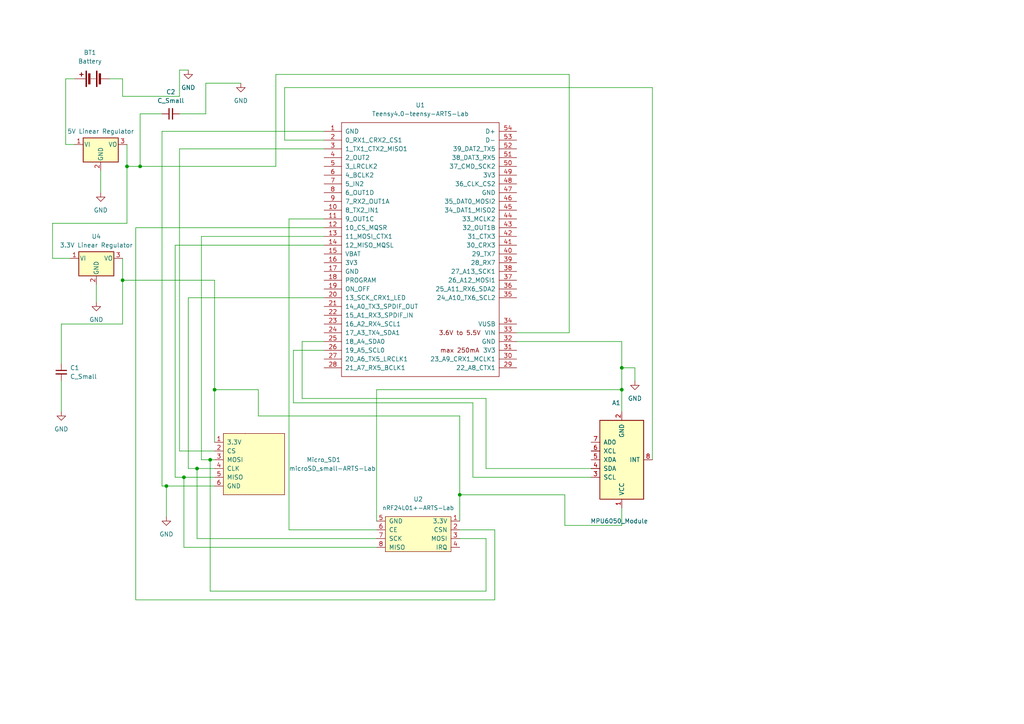
<source format=kicad_sch>
(kicad_sch (version 20230121) (generator eeschema)
  (paper "A4")
  (lib_symbols
    (symbol "Charleslabs_Parts:MPU6050_Module" (pin_names (offset 1.016))
      (property "Reference" "A" (at -5.08 12.7 0))
      (property "Value" "MPU6050_Module" (at 8.89 12.7 0))
      (symbol "MPU6050_Module_0_1"
        (rectangle (start -6.35 11.43) (end 6.35 -11.43) (stroke (width 0.254)) (fill (type background)))
      )
      (symbol "MPU6050_Module_1_1"
        (pin power_in line (at 0 13.97 270) (length 2.54) (name "VCC") (number "1"))
        (pin power_in line (at 0 -13.97 90) (length 2.54) (name "GND") (number "2"))
        (pin input line (at -8.89 5.08 0) (length 2.54) (name "SCL") (number "3"))
        (pin input line (at -8.89 2.54 0) (length 2.54) (name "SDA") (number "4"))
        (pin input line (at -8.89 0 0) (length 2.54) (name "XDA") (number "5"))
        (pin input line (at -8.89 -2.54 0) (length 2.54) (name "XCL") (number "6"))
        (pin input line (at -8.89 -5.08 0) (length 2.54) (name "AD0") (number "7"))
        (pin output line (at 8.89 0 180) (length 2.54) (name "INT") (number "8"))
      )
    )
    (symbol "Device:Battery" (pin_numbers hide) (pin_names (offset 0) hide)
      (property "Reference" "BT" (at 2.54 2.54 0))
      (property "Value" "Battery" (at 2.54 0 0))
      (symbol "Battery_0_1"
        (rectangle (start -2.286 -1.27) (end 2.286 -1.524) (fill (type outline)))
        (rectangle (start -2.286 1.778) (end 2.286 1.524) (fill (type outline)))
        (rectangle (start -1.524 -2.032) (end 1.524 -2.54) (fill (type outline)))
        (rectangle (start -1.524 1.016) (end 1.524 0.508) (fill (type outline)))
        (polyline (pts (xy 0 -1.016) (xy 0 -0.762)))
        (polyline (pts (xy 0 -0.508) (xy 0 -0.254)))
        (polyline (pts (xy 0 0) (xy 0 0.254)))
        (polyline (pts (xy 0 1.778) (xy 0 2.54)))
        (polyline (pts (xy 0.762 3.048) (xy 1.778 3.048)) (stroke (width 0.254)))
        (polyline (pts (xy 1.27 3.556) (xy 1.27 2.54)) (stroke (width 0.254)))
      )
      (symbol "Battery_1_1"
        (pin passive line (at 0 5.08 270) (length 2.54) (name "+") (number "1"))
        (pin passive line (at 0 -5.08 90) (length 2.54) (name "-") (number "2"))
      )
    )
    (symbol "Device:C_Small" (pin_numbers hide) (pin_names (offset 0.254) hide)
      (property "Reference" "C" (at 0.254 1.778 0))
      (property "Value" "C_Small" (at 0.254 -2.032 0))
      (symbol "C_Small_0_1"
        (polyline (pts (xy -1.524 -0.508) (xy 1.524 -0.508)) (stroke (width 0.3302)))
        (polyline (pts (xy -1.524 0.508) (xy 1.524 0.508)) (stroke (width 0.3048)))
      )
      (symbol "C_Small_1_1"
        (pin passive line (at 0 2.54 270) (length 2.032) (name "~") (number "1"))
        (pin passive line (at 0 -2.54 90) (length 2.032) (name "~") (number "2"))
      )
    )
    (symbol "Vibration_Sensor-cache:Regulator_Linear_AP7361C-33E" (pin_names (offset 0.254))
      (property "Reference" "U" (at -3.81 3.175 0))
      (property "Value" "Regulator_Linear_AP7361C-33E" (at 0 3.175 0))
      (symbol "Regulator_Linear_AP7361C-33E_0_1"
        (rectangle (start -5.08 -5.08) (end 5.08 1.905) (stroke (width 0.254)) (fill (type background)))
      )
      (symbol "Regulator_Linear_AP7361C-33E_1_1"
        (pin power_in line (at -7.62 0 0) (length 2.54) (name "VI") (number "1"))
        (pin power_in line (at 0 -7.62 90) (length 2.54) (name "GND") (number "2"))
        (pin power_out line (at 7.62 0 180) (length 2.54) (name "VO") (number "3"))
      )
    )
    (symbol "Vibration_Sensor-rescue:Teensy4.0-teensy-ARTS-Lab" (pin_names (offset 1.016))
      (property "Reference" "U" (at 0 39.37 0))
      (property "Value" "Teensy4.0-teensy-ARTS-Lab" (at 0 -39.37 0))
      (symbol "Teensy4.0-teensy-ARTS-Lab_0_0"
        (text "3.6V to 5.5V" (at 11.43 -24.13 0) (effects (font (size 1.27 1.27))))
        (text "max 250mA" (at 11.43 -29.21 0) (effects (font (size 1.27 1.27))))
        (pin bidirectional line (at -27.94 11.43 0) (length 5.08) (name "8_TX2_IN1") (number "10"))
        (pin bidirectional line (at -27.94 8.89 0) (length 5.08) (name "9_OUT1C") (number "11"))
        (pin bidirectional line (at -27.94 6.35 0) (length 5.08) (name "10_CS_MQSR") (number "12"))
        (pin bidirectional line (at -27.94 3.81 0) (length 5.08) (name "11_MOSI_CTX1") (number "13"))
        (pin bidirectional line (at -27.94 1.27 0) (length 5.08) (name "12_MISO_MQSL") (number "14"))
        (pin power_in line (at -27.94 -1.27 0) (length 5.08) (name "VBAT") (number "15"))
        (pin power_in line (at -27.94 -3.81 0) (length 5.08) (name "3V3") (number "16"))
        (pin power_in line (at -27.94 -6.35 0) (length 5.08) (name "GND") (number "17"))
        (pin input line (at -27.94 -8.89 0) (length 5.08) (name "PROGRAM") (number "18"))
        (pin input line (at -27.94 -11.43 0) (length 5.08) (name "ON_OFF") (number "19"))
        (pin bidirectional line (at -27.94 -13.97 0) (length 5.08) (name "13_SCK_CRX1_LED") (number "20"))
        (pin bidirectional line (at -27.94 -16.51 0) (length 5.08) (name "14_A0_TX3_SPDIF_OUT") (number "21"))
        (pin bidirectional line (at -27.94 -19.05 0) (length 5.08) (name "15_A1_RX3_SPDIF_IN") (number "22"))
        (pin bidirectional line (at -27.94 -21.59 0) (length 5.08) (name "16_A2_RX4_SCL1") (number "23"))
        (pin bidirectional line (at -27.94 -24.13 0) (length 5.08) (name "17_A3_TX4_SDA1") (number "24"))
        (pin bidirectional line (at -27.94 -26.67 0) (length 5.08) (name "18_A4_SDA0") (number "25"))
        (pin bidirectional line (at -27.94 -29.21 0) (length 5.08) (name "19_A5_SCL0") (number "26"))
        (pin bidirectional line (at -27.94 -31.75 0) (length 5.08) (name "20_A6_TX5_LRCLK1") (number "27"))
        (pin bidirectional line (at -27.94 -34.29 0) (length 5.08) (name "21_A7_RX5_BCLK1") (number "28"))
        (pin bidirectional line (at 27.94 -34.29 180) (length 5.08) (name "22_A8_CTX1") (number "29"))
        (pin bidirectional line (at 27.94 -31.75 180) (length 5.08) (name "23_A9_CRX1_MCLK1") (number "30"))
        (pin power_out line (at 27.94 -29.21 180) (length 5.08) (name "3V3") (number "31"))
        (pin power_in line (at 27.94 -26.67 180) (length 5.08) (name "GND") (number "32"))
        (pin power_in line (at 27.94 -24.13 180) (length 5.08) (name "VIN") (number "33"))
        (pin power_out line (at 27.94 -21.59 180) (length 5.08) (name "VUSB") (number "34"))
        (pin bidirectional line (at 27.94 -13.97 180) (length 5.08) (name "24_A10_TX6_SCL2") (number "35"))
        (pin bidirectional line (at 27.94 -11.43 180) (length 5.08) (name "25_A11_RX6_SDA2") (number "36"))
        (pin bidirectional line (at 27.94 -8.89 180) (length 5.08) (name "26_A12_MOSI1") (number "37"))
        (pin bidirectional line (at 27.94 -6.35 180) (length 5.08) (name "27_A13_SCK1") (number "38"))
        (pin bidirectional line (at 27.94 -3.81 180) (length 5.08) (name "28_RX7") (number "39"))
        (pin bidirectional line (at 27.94 -1.27 180) (length 5.08) (name "29_TX7") (number "40"))
        (pin bidirectional line (at 27.94 1.27 180) (length 5.08) (name "30_CRX3") (number "41"))
        (pin bidirectional line (at 27.94 3.81 180) (length 5.08) (name "31_CTX3") (number "42"))
        (pin bidirectional line (at 27.94 6.35 180) (length 5.08) (name "32_OUT1B") (number "43"))
        (pin bidirectional line (at 27.94 8.89 180) (length 5.08) (name "33_MCLK2") (number "44"))
        (pin bidirectional line (at 27.94 11.43 180) (length 5.08) (name "34_DAT1_MISO2") (number "45"))
        (pin bidirectional line (at 27.94 13.97 180) (length 5.08) (name "35_DAT0_MOSI2") (number "46"))
        (pin power_out line (at 27.94 16.51 180) (length 5.08) (name "GND") (number "47"))
        (pin bidirectional line (at 27.94 19.05 180) (length 5.08) (name "36_CLK_CS2") (number "48"))
        (pin power_out line (at 27.94 21.59 180) (length 5.08) (name "3V3") (number "49"))
        (pin bidirectional line (at -27.94 24.13 0) (length 5.08) (name "3_LRCLK2") (number "5"))
        (pin bidirectional line (at 27.94 24.13 180) (length 5.08) (name "37_CMD_SCK2") (number "50"))
        (pin bidirectional line (at 27.94 26.67 180) (length 5.08) (name "38_DAT3_RX5") (number "51"))
        (pin bidirectional line (at 27.94 29.21 180) (length 5.08) (name "39_DAT2_TX5") (number "52"))
        (pin bidirectional line (at 27.94 31.75 180) (length 5.08) (name "D-") (number "53"))
        (pin bidirectional line (at 27.94 34.29 180) (length 5.08) (name "D+") (number "54"))
        (pin bidirectional line (at -27.94 21.59 0) (length 5.08) (name "4_BCLK2") (number "6"))
        (pin bidirectional line (at -27.94 19.05 0) (length 5.08) (name "5_IN2") (number "7"))
        (pin bidirectional line (at -27.94 16.51 0) (length 5.08) (name "6_OUT1D") (number "8"))
        (pin bidirectional line (at -27.94 13.97 0) (length 5.08) (name "7_RX2_OUT1A") (number "9"))
      )
      (symbol "Teensy4.0-teensy-ARTS-Lab_0_1"
        (rectangle (start -22.86 36.83) (end 22.86 -36.83))
        (rectangle (start -20.32 -31.75) (end -20.32 -31.75))
      )
      (symbol "Teensy4.0-teensy-ARTS-Lab_1_1"
        (pin power_in line (at -27.94 34.29 0) (length 5.08) (name "GND") (number "1"))
        (pin bidirectional line (at -27.94 31.75 0) (length 5.08) (name "0_RX1_CRX2_CS1") (number "2"))
        (pin bidirectional line (at -27.94 29.21 0) (length 5.08) (name "1_TX1_CTX2_MISO1") (number "3"))
        (pin bidirectional line (at -27.94 26.67 0) (length 5.08) (name "2_OUT2") (number "4"))
      )
    )
    (symbol "Vibration_Sensor-rescue:microSD_small-ARTS-Lab" (pin_names (offset 1.016))
      (property "Reference" "Micro_SD" (at 0 -7.62 0))
      (property "Value" "microSD_small-ARTS-Lab" (at 0 -3.81 0))
      (symbol "microSD_small-ARTS-Lab_0_1"
        (polyline (pts (xy -8.89 -11.43) (xy -8.89 -17.78) (xy 8.89 -17.78) (xy 8.89 -11.43)) (fill (type background)))
        (polyline (pts (xy -8.89 -11.43) (xy -8.89 0) (xy 8.89 0) (xy 8.89 -11.43)) (fill (type background)))
      )
      (symbol "microSD_small-ARTS-Lab_1_1"
        (pin input line (at -6.35 -20.32 90) (length 2.54) (name "3.3V") (number "1"))
        (pin input line (at -3.81 -20.32 90) (length 2.54) (name "CS") (number "2"))
        (pin input line (at -1.27 -20.32 90) (length 2.54) (name "MOSI") (number "3"))
        (pin input line (at 1.27 -20.32 90) (length 2.54) (name "CLK") (number "4"))
        (pin input line (at 3.81 -20.32 90) (length 2.54) (name "MISO") (number "5"))
        (pin input line (at 6.35 -20.32 90) (length 2.54) (name "GND") (number "6"))
      )
    )
    (symbol "Vibration_Sensor-rescue:nRF24L01+-ARTS-Lab" (pin_names (offset 1.016))
      (property "Reference" "U" (at 0 -12.7 0))
      (property "Value" "nRF24L01+-ARTS-Lab" (at 1.27 -10.16 0))
      (symbol "nRF24L01+-ARTS-Lab_0_1"
        (rectangle (start -3.81 0) (end 6.35 -19.05) (fill (type background)))
      )
      (symbol "nRF24L01+-ARTS-Lab_1_1"
        (pin input line (at -2.54 2.54 270) (length 2.54) (name "3.3V") (number "1"))
        (pin input line (at 0 2.54 270) (length 2.54) (name "CSN") (number "2"))
        (pin input line (at 2.54 2.54 270) (length 2.54) (name "MOSI") (number "3"))
        (pin input line (at 5.08 2.54 270) (length 2.54) (name "IRQ") (number "4"))
        (pin input line (at -2.54 -21.59 90) (length 2.54) (name "GND") (number "5"))
        (pin input line (at 0 -21.59 90) (length 2.54) (name "CE") (number "6"))
        (pin input line (at 2.54 -21.59 90) (length 2.54) (name "SCK") (number "7"))
        (pin input line (at 5.08 -21.59 90) (length 2.54) (name "MISO") (number "8"))
      )
    )
    (symbol "power:GND" (power) (pin_names (offset 0))
      (property "Value" "GND" (at 0 -3.81 0))
      (symbol "GND_0_1"
        (polyline (pts (xy 0 0) (xy 0 -1.27) (xy 1.27 -1.27) (xy 0 -2.54) (xy -1.27 -1.27) (xy 0 -1.27)))
      )
      (symbol "GND_1_1"
        (pin power_in line (at 0 0 270) (length 0) hide (name "GND") (number "1"))
      )
    )
  )
  (junction (at 62.23 113.03))
  (junction (at 60.96 133.35))
  (junction (at 180.34 113.03))
  (junction (at 133.35 143.51))
  (junction (at 53.34 138.43))
  (junction (at 36.83 48.26))
  (junction (at 40.64 48.26))
  (junction (at 48.26 140.97))
  (junction (at 180.34 106.68))
  (junction (at 35.56 81.28))
  (junction (at 57.15 135.89))
  (wire (pts (xy 85.09 116.84) (xy 85.09 101.6)))
  (wire (pts (xy 35.56 81.28) (xy 62.23 81.28)))
  (wire (pts (xy 143.51 153.67) (xy 133.35 153.67)))
  (wire (pts (xy 184.15 110.49) (xy 184.15 106.68)))
  (wire (pts (xy 58.42 133.35) (xy 60.96 133.35)))
  (wire (pts (xy 62.23 113.03) (xy 62.23 128.27)))
  (wire (pts (xy 57.15 135.89) (xy 62.23 135.89)))
  (wire (pts (xy 53.34 138.43) (xy 62.23 138.43)))
  (wire (pts (xy 35.56 81.28) (xy 35.56 74.93)))
  (wire (pts (xy 60.96 171.45) (xy 60.96 133.35)))
  (wire (pts (xy 140.97 156.21) (xy 140.97 171.45)))
  (wire (pts (xy 52.07 20.32) (xy 54.61 20.32)))
  (wire (pts (xy 87.63 99.06) (xy 87.63 115.57)))
  (wire (pts (xy 35.56 27.94) (xy 52.07 27.94)))
  (wire (pts (xy 52.07 43.18) (xy 52.07 130.81)))
  (wire (pts (xy 62.23 81.28) (xy 62.23 113.03)))
  (wire (pts (xy 60.96 133.35) (xy 62.23 133.35)))
  (wire (pts (xy 137.16 138.43) (xy 171.45 138.43)))
  (wire (pts (xy 31.75 22.86) (xy 35.56 22.86)))
  (wire (pts (xy 180.34 99.06) (xy 180.34 106.68)))
  (wire (pts (xy 40.64 48.26) (xy 80.01 48.26)))
  (wire (pts (xy 180.34 152.4) (xy 180.34 147.32)))
  (wire (pts (xy 133.35 143.51) (xy 163.83 143.51)))
  (wire (pts (xy 50.8 138.43) (xy 53.34 138.43)))
  (wire (pts (xy 93.98 71.12) (xy 50.8 71.12)))
  (wire (pts (xy 52.07 33.02) (xy 59.69 33.02)))
  (wire (pts (xy 52.07 130.81) (xy 62.23 130.81)))
  (wire (pts (xy 58.42 68.58) (xy 58.42 133.35)))
  (wire (pts (xy 19.05 41.91) (xy 21.59 41.91)))
  (wire (pts (xy 74.93 120.65) (xy 133.35 120.65)))
  (wire (pts (xy 57.15 156.21) (xy 57.15 135.89)))
  (wire (pts (xy 35.56 22.86) (xy 35.56 27.94)))
  (wire (pts (xy 109.22 113.03) (xy 109.22 151.13)))
  (wire (pts (xy 36.83 48.26) (xy 36.83 64.77)))
  (wire (pts (xy 46.99 38.1) (xy 46.99 140.97)))
  (wire (pts (xy 133.35 120.65) (xy 133.35 143.51)))
  (wire (pts (xy 83.82 63.5) (xy 93.98 63.5)))
  (wire (pts (xy 39.37 66.04) (xy 39.37 173.99)))
  (wire (pts (xy 93.98 40.64) (xy 82.55 40.64)))
  (wire (pts (xy 140.97 115.57) (xy 140.97 135.89)))
  (wire (pts (xy 109.22 153.67) (xy 83.82 153.67)))
  (wire (pts (xy 149.86 96.52) (xy 165.1 96.52)))
  (wire (pts (xy 93.98 86.36) (xy 54.61 86.36)))
  (wire (pts (xy 85.09 101.6) (xy 93.98 101.6)))
  (wire (pts (xy 69.85 24.13) (xy 59.69 24.13)))
  (wire (pts (xy 60.96 171.45) (xy 140.97 171.45)))
  (wire (pts (xy 21.59 22.86) (xy 19.05 22.86)))
  (wire (pts (xy 54.61 135.89) (xy 57.15 135.89)))
  (wire (pts (xy 137.16 138.43) (xy 137.16 116.84)))
  (wire (pts (xy 54.61 86.36) (xy 54.61 135.89)))
  (wire (pts (xy 93.98 68.58) (xy 58.42 68.58)))
  (wire (pts (xy 82.55 40.64) (xy 82.55 25.4)))
  (wire (pts (xy 140.97 135.89) (xy 171.45 135.89)))
  (wire (pts (xy 83.82 153.67) (xy 83.82 63.5)))
  (wire (pts (xy 189.23 25.4) (xy 189.23 133.35)))
  (wire (pts (xy 133.35 156.21) (xy 140.97 156.21)))
  (wire (pts (xy 15.24 74.93) (xy 20.32 74.93)))
  (wire (pts (xy 53.34 138.43) (xy 53.34 158.75)))
  (wire (pts (xy 48.26 140.97) (xy 48.26 149.86)))
  (wire (pts (xy 93.98 66.04) (xy 39.37 66.04)))
  (wire (pts (xy 109.22 158.75) (xy 53.34 158.75)))
  (wire (pts (xy 36.83 48.26) (xy 40.64 48.26)))
  (wire (pts (xy 149.86 99.06) (xy 180.34 99.06)))
  (wire (pts (xy 93.98 43.18) (xy 52.07 43.18)))
  (wire (pts (xy 163.83 143.51) (xy 163.83 152.4)))
  (wire (pts (xy 46.99 140.97) (xy 48.26 140.97)))
  (wire (pts (xy 29.21 49.53) (xy 29.21 55.88)))
  (wire (pts (xy 133.35 143.51) (xy 133.35 151.13)))
  (wire (pts (xy 36.83 64.77) (xy 15.24 64.77)))
  (wire (pts (xy 59.69 33.02) (xy 59.69 24.13)))
  (wire (pts (xy 19.05 22.86) (xy 19.05 41.91)))
  (wire (pts (xy 48.26 140.97) (xy 62.23 140.97)))
  (wire (pts (xy 184.15 106.68) (xy 180.34 106.68)))
  (wire (pts (xy 62.23 113.03) (xy 74.93 113.03)))
  (wire (pts (xy 17.78 93.98) (xy 35.56 93.98)))
  (wire (pts (xy 165.1 21.59) (xy 80.01 21.59)))
  (wire (pts (xy 36.83 41.91) (xy 36.83 48.26)))
  (wire (pts (xy 17.78 110.49) (xy 17.78 119.38)))
  (wire (pts (xy 180.34 106.68) (xy 180.34 113.03)))
  (wire (pts (xy 74.93 113.03) (xy 74.93 120.65)))
  (wire (pts (xy 82.55 25.4) (xy 189.23 25.4)))
  (wire (pts (xy 93.98 38.1) (xy 46.99 38.1)))
  (wire (pts (xy 40.64 33.02) (xy 40.64 48.26)))
  (wire (pts (xy 163.83 152.4) (xy 180.34 152.4)))
  (wire (pts (xy 93.98 99.06) (xy 87.63 99.06)))
  (wire (pts (xy 52.07 27.94) (xy 52.07 20.32)))
  (wire (pts (xy 50.8 71.12) (xy 50.8 138.43)))
  (wire (pts (xy 87.63 115.57) (xy 140.97 115.57)))
  (wire (pts (xy 35.56 93.98) (xy 35.56 81.28)))
  (wire (pts (xy 137.16 116.84) (xy 85.09 116.84)))
  (wire (pts (xy 165.1 96.52) (xy 165.1 21.59)))
  (wire (pts (xy 17.78 93.98) (xy 17.78 105.41)))
  (wire (pts (xy 27.94 82.55) (xy 27.94 87.63)))
  (wire (pts (xy 143.51 173.99) (xy 143.51 153.67)))
  (wire (pts (xy 46.99 33.02) (xy 40.64 33.02)))
  (wire (pts (xy 80.01 21.59) (xy 80.01 48.26)))
  (wire (pts (xy 180.34 113.03) (xy 180.34 119.38)))
  (wire (pts (xy 15.24 64.77) (xy 15.24 74.93)))
  (wire (pts (xy 109.22 113.03) (xy 180.34 113.03)))
  (wire (pts (xy 109.22 156.21) (xy 57.15 156.21)))
  (wire (pts (xy 39.37 173.99) (xy 143.51 173.99)))
  (symbol (lib_id "power:GND") (at 27.94 87.63 0) (unit 1)
    (property "Reference" "#PWR04" (effects hide))
    (property "Value" "GND" (at 27.94 92.71 0))
  )
  (symbol (lib_id "Vibration_Sensor-rescue:microSD_small-ARTS-Lab") (at 82.55 134.62 270) (unit 1)
    (property "Reference" "Micro_SD1" (at 88.9 133.35 90) (effects (justify left)))
    (property "Value" "microSD_small-ARTS-Lab" (at 83.82 135.89 90) (effects (justify left)))
    (property "Footprint" "Arts:small_microSD_sensor_package_edit" (effects hide))
  )
  (symbol (lib_id "power:GND") (at 54.61 20.32 0) (unit 1)
    (property "Reference" "#PWR05" (effects hide))
    (property "Value" "GND" (at 54.61 25.4 0))
  )
  (symbol (lib_id "Charleslabs_Parts:MPU6050_Module") (at 180.34 133.35 0) (mirror x) (unit 1)
    (property "Reference" "A1" (at 179.9941 116.84 0) (effects (justify right)))
    (property "Value" "MPU6050_Module" (at 187.96 151.13 0) (effects (justify right)))
    (property "Footprint" "Stuff:MPU6050_Sensor_package_edit" (effects hide))
  )
  (symbol (lib_id "power:GND") (at 184.15 110.49 0) (unit 1)
    (property "Reference" "#PWR02" (effects hide))
    (property "Value" "GND" (at 184.15 115.57 0))
  )
  (symbol (lib_id "Device:Battery") (at 26.67 22.86 90) (unit 1)
    (property "Reference" "BT1" (at 26.0985 15.24 90))
    (property "Value" "Battery" (at 26.0985 17.78 90))
    (property "Footprint" "Stuff:Battery Terminal" (effects hide))
  )
  (symbol (lib_id "Vibration_Sensor-rescue:nRF24L01+-ARTS-Lab") (at 130.81 153.67 270) (unit 1)
    (property "Reference" "U2" (at 121.285 144.78 90))
    (property "Value" "nRF24L01+-ARTS-Lab" (at 121.285 147.32 90) (effects (font (size 1.1938 1.1938))))
    (property "Footprint" "Arts:nRF24L01+_sensor_package_edit_V0_2" (effects hide))
  )
  (symbol (lib_id "power:GND") (at 48.26 149.86 0) (unit 1)
    (property "Reference" "#PWR01" (effects hide))
    (property "Value" "GND" (at 48.26 154.94 0))
  )
  (symbol (lib_id "power:GND") (at 69.85 24.13 0) (unit 1)
    (property "Reference" "#PWR07" (effects hide))
    (property "Value" "GND" (at 69.85 29.21 0))
  )
  (symbol (lib_id "Device:C_Small") (at 49.53 33.02 90) (unit 1)
    (property "Reference" "C2" (at 49.5363 26.67 90))
    (property "Value" "C_Small" (at 49.5363 29.21 90))
    (property "Footprint" "Stuff:Easy_capacitor" (effects hide))
  )
  (symbol (lib_id "Vibration_Sensor-rescue:Teensy4.0-teensy-ARTS-Lab") (at 121.92 72.39 0) (unit 1)
    (property "Reference" "U1" (at 121.92 30.48 0))
    (property "Value" "Teensy4.0-teensy-ARTS-Lab" (at 121.92 33.02 0))
    (property "Footprint" "Arts:Teensy40_sensor_package_edit" (effects hide))
  )
  (symbol (lib_id "power:GND") (at 17.78 119.38 0) (unit 1)
    (property "Reference" "#PWR06" (effects hide))
    (property "Value" "GND" (at 17.78 124.46 0))
  )
  (symbol (lib_id "power:GND") (at 29.21 55.88 0) (unit 1)
    (property "Reference" "#PWR03" (effects hide))
    (property "Value" "GND" (at 29.21 60.96 0))
  )
  (symbol (lib_id "Vibration_Sensor-cache:Regulator_Linear_AP7361C-33E") (at 29.21 41.91 0) (unit 1)
    (property "Reference" "U3" (effects hide))
    (property "Value" "5V Linear Regulator" (at 29.21 38.1 0))
    (property "Footprint" "Package_TO_SOT_SMD:SOT-223-3_TabPin2" (effects hide))
  )
  (symbol (lib_id "Device:C_Small") (at 17.78 107.95 0) (unit 1)
    (property "Reference" "C1" (at 20.32 106.6863 0) (effects (justify left)))
    (property "Value" "C_Small" (at 20.32 109.2263 0) (effects (justify left)))
    (property "Footprint" "Stuff:Easy_capacitor" (effects hide))
  )
  (symbol (lib_id "Vibration_Sensor-cache:Regulator_Linear_AP7361C-33E") (at 27.94 74.93 0) (unit 1)
    (property "Reference" "U4" (at 27.94 68.58 0))
    (property "Value" "3.3V Linear Regulator" (at 27.94 71.12 0))
    (property "Footprint" "Package_TO_SOT_SMD:SOT-223-3_TabPin2" (effects hide))
  )
)
</source>
